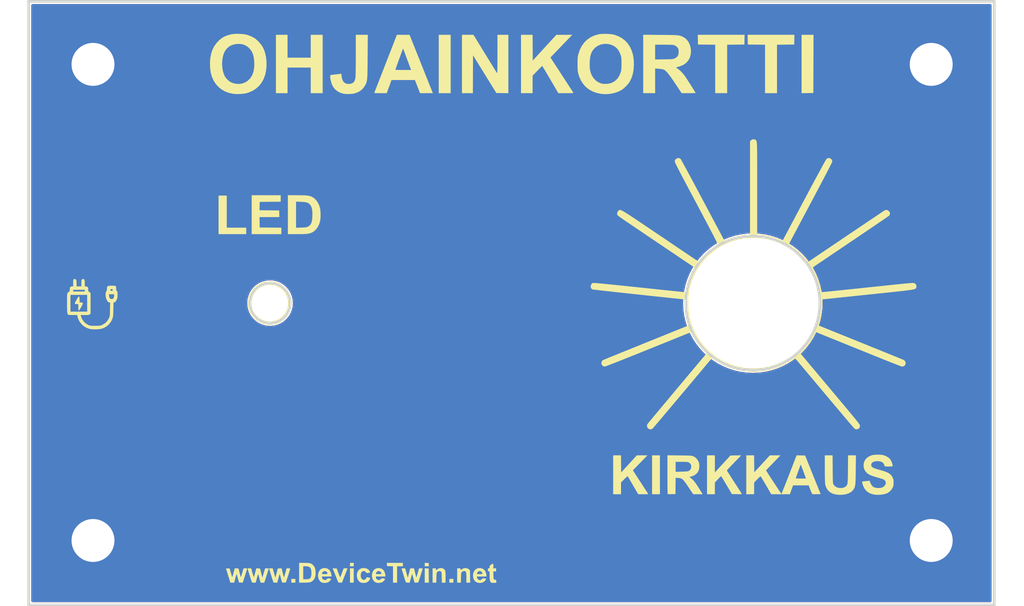
<source format=kicad_pcb>
(kicad_pcb (version 20211014) (generator pcbnew)
  (layers (0 "F.Cu" signal) (31 "B.Cu" signal) (34 "B.Paste" user) (35 "F.Paste" user) (36 "B.SilkS" user "B.Silkscreen") (37 "F.SilkS" user "F.Silkscreen") (38 "B.Mask" user) (39 "F.Mask" user) (44 "Edge.Cuts" user))
  (net 0 "")
  (net 1 "GND")
  (footprint "ControlUnitFaceplateSilkscreen:ControlUnitFaceplateSilkscreen" (layer "F.Cu") (at 150.5966 88.8746)
    (fp_text reference "G***" hide)
    (fp_text value "LOGO" hide)
  )
  (footprint "MountingHole:MountingHole_3.2mm_M3_DIN965_Pad" (layer "F.Cu") (at 181.8966 106.5746)
    (fp_text reference "H4" hide)
    (fp_text value "MountingHole_Pad")
    (pad "1" thru_hole circle (at 0 0) (size 5 5) (drill 3.2) (layers *.Cu *.Mask) (net 1 "GND"))
  )
  (footprint "MountingHole:MountingHole_3.2mm_M3_DIN965_Pad" (layer "F.Cu") (at 119.3966 106.5746)
    (fp_text reference "H3" hide)
    (fp_text value "MountingHole_Pad")
    (pad "1" thru_hole circle (at 0 0) (size 5 5) (drill 3.2) (layers *.Cu *.Mask) (net 1 "GND"))
  )
  (footprint "MountingHole:MountingHole_3.2mm_M3_DIN965_Pad" (layer "F.Cu") (at 119.3966 71.0746)
    (fp_text reference "H1" hide)
    (fp_text value "MountingHole_Pad")
    (pad "1" thru_hole circle (at 0 0) (size 5 5) (drill 3.2) (layers *.Cu *.Mask) (net 1 "GND"))
  )
  (footprint "MountingHole:MountingHole_3.2mm_M3_DIN965_Pad" (layer "F.Cu") (at 181.8966 71.0746)
    (fp_text reference "H2" hide)
    (fp_text value "MountingHole_Pad")
    (pad "1" thru_hole circle (at 0 0) (size 5 5) (drill 3.2) (layers *.Cu *.Mask) (net 1 "GND"))
  )
  (gr_line (start 186.5966 111.3746) (end 186.5966 66.3746) (layer "Edge.Cuts") (width 0.2))
  (gr_line (start 186.5966 66.3746) (end 114.5966 66.3746) (layer "Edge.Cuts") (width 0.2))
  (gr_line (start 114.5966 111.3746) (end 186.5966 111.3746) (layer "Edge.Cuts") (width 0.2))
  (gr_circle (center 132.5966 88.8746) (end 134.0966 88.8746) (layer "Edge.Cuts") (width 0.2) (fill none))
  (gr_circle (center 168.5966 88.8746) (end 173.5966 88.8746) (layer "Edge.Cuts") (width 0.2) (fill none))
  (gr_line (start 114.5966 66.3746) (end 114.5966 111.3746) (layer "Edge.Cuts") (width 0.2))
  (zone (net 1) (net_name "GND") (layers F&B.Cu) (connect_pads yes (clearance 0.2)) (min_thickness 0.2) (fill yes (thermal_gap 0.508) (thermal_bridge_width 0.508))
    (polygon (pts (xy 186.5884 66.3956) (xy 186.5884 111.379) (xy 114.6048 111.379) (xy 114.6048 66.3448)))
  )
)
</source>
